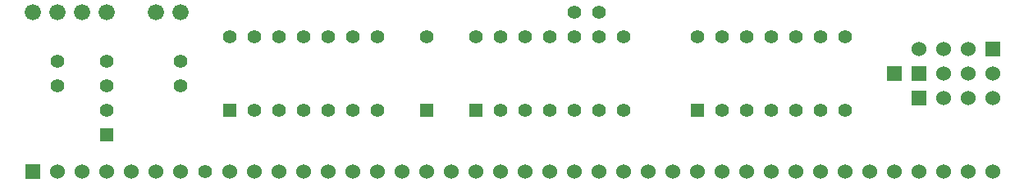
<source format=gts>
G04 (created by PCBNEW (2013-03-19 BZR 4004)-stable) date 13/06/2016 15:28:03*
%MOIN*%
G04 Gerber Fmt 3.4, Leading zero omitted, Abs format*
%FSLAX34Y34*%
G01*
G70*
G90*
G04 APERTURE LIST*
%ADD10C,0.006*%
%ADD11R,0.06X0.06*%
%ADD12C,0.06*%
%ADD13C,0.055*%
%ADD14R,0.055X0.055*%
%ADD15C,0.066*%
G04 APERTURE END LIST*
G54D10*
G54D11*
X1000Y-8500D03*
G54D12*
X2000Y-8500D03*
X3000Y-8500D03*
X4000Y-8500D03*
X5000Y-8500D03*
X6000Y-8500D03*
X7000Y-8500D03*
G54D13*
X8000Y-8500D03*
G54D12*
X9000Y-8500D03*
X10000Y-8500D03*
X11000Y-8500D03*
X12000Y-8500D03*
X13000Y-8500D03*
X14000Y-8500D03*
X15000Y-8500D03*
X16000Y-8500D03*
X17000Y-8500D03*
X18000Y-8500D03*
X19000Y-8500D03*
X20000Y-8500D03*
X21000Y-8500D03*
X22000Y-8500D03*
X23000Y-8500D03*
X25000Y-8500D03*
X26000Y-8500D03*
X27000Y-8500D03*
X28000Y-8500D03*
X29000Y-8500D03*
X30000Y-8500D03*
X31000Y-8500D03*
X32000Y-8500D03*
X33000Y-8500D03*
X34000Y-8500D03*
X35000Y-8500D03*
X36000Y-8500D03*
X37000Y-8500D03*
X38000Y-8500D03*
X39000Y-8500D03*
X40000Y-8500D03*
X24000Y-8500D03*
G54D14*
X4000Y-7000D03*
G54D13*
X4000Y-6000D03*
G54D14*
X28000Y-6000D03*
G54D13*
X29000Y-6000D03*
X30000Y-6000D03*
X31000Y-6000D03*
X32000Y-6000D03*
X33000Y-6000D03*
X34000Y-6000D03*
X34000Y-3000D03*
X33000Y-3000D03*
X32000Y-3000D03*
X31000Y-3000D03*
X30000Y-3000D03*
X29000Y-3000D03*
X28000Y-3000D03*
G54D14*
X19000Y-6000D03*
G54D13*
X20000Y-6000D03*
X21000Y-6000D03*
X22000Y-6000D03*
X23000Y-6000D03*
X24000Y-6000D03*
X25000Y-6000D03*
X25000Y-3000D03*
X24000Y-3000D03*
X23000Y-3000D03*
X22000Y-3000D03*
X21000Y-3000D03*
X20000Y-3000D03*
X19000Y-3000D03*
G54D15*
X1000Y-2000D03*
X2000Y-2000D03*
X3000Y-2000D03*
X4000Y-2000D03*
X6000Y-2000D03*
X7000Y-2000D03*
G54D14*
X17000Y-6000D03*
G54D13*
X17000Y-3000D03*
X23000Y-2000D03*
X24000Y-2000D03*
X2000Y-4000D03*
X2000Y-5000D03*
X4000Y-4000D03*
X4000Y-5000D03*
X7000Y-4000D03*
X7000Y-5000D03*
G54D11*
X40000Y-3500D03*
G54D12*
X39000Y-3500D03*
X38000Y-3500D03*
X37000Y-3500D03*
G54D11*
X37000Y-5500D03*
G54D12*
X38000Y-5500D03*
X39000Y-5500D03*
X40000Y-5500D03*
G54D11*
X37000Y-4500D03*
G54D12*
X38000Y-4500D03*
X39000Y-4500D03*
X40000Y-4500D03*
G54D11*
X36000Y-4500D03*
G54D14*
X9000Y-6000D03*
G54D13*
X10000Y-6000D03*
X11000Y-6000D03*
X12000Y-6000D03*
X13000Y-6000D03*
X14000Y-6000D03*
X15000Y-6000D03*
X15000Y-3000D03*
X14000Y-3000D03*
X13000Y-3000D03*
X12000Y-3000D03*
X11000Y-3000D03*
X10000Y-3000D03*
X9000Y-3000D03*
M02*

</source>
